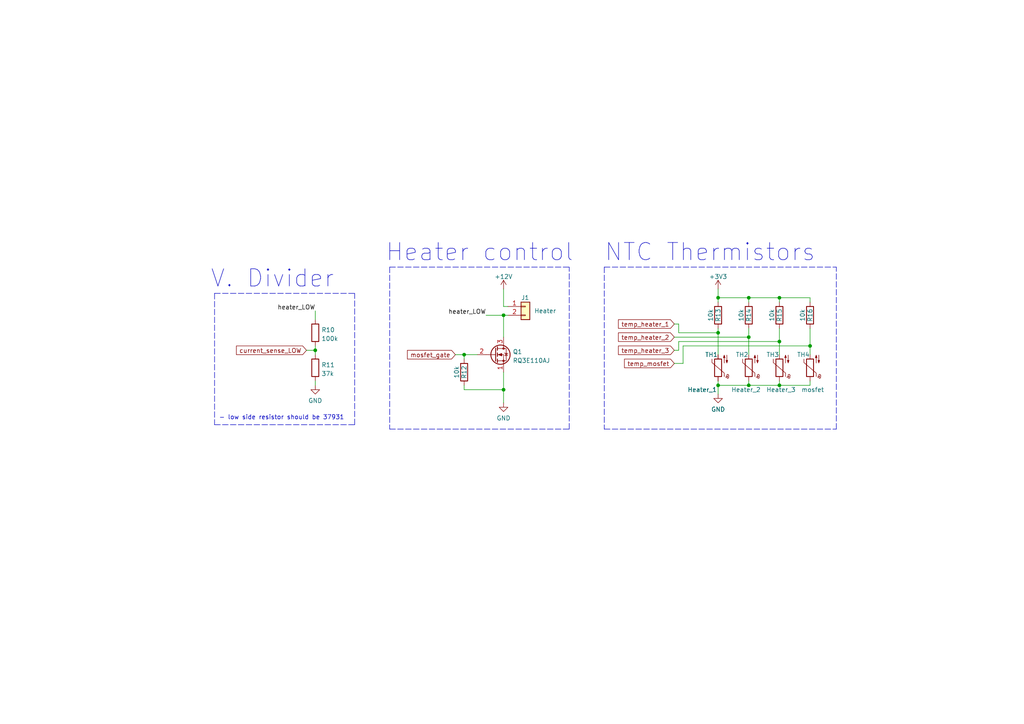
<source format=kicad_sch>
(kicad_sch (version 20211123) (generator eeschema)
  (paper "A4")
  (lib_symbols
    (symbol "Connector_Generic:Conn_01x02" (pin_names (offset 1.016) hide)
      (property "Reference" "J" (at 0 2.54 0))
      (property "Value" "Conn_01x02" (at 0 -5.08 0))
      (symbol "Conn_01x02_1_1"
        (rectangle (start -1.27 -2.413) (end 0 -2.667) (stroke (width 0.1524)))
        (rectangle (start -1.27 0.127) (end 0 -0.127) (stroke (width 0.1524)))
        (rectangle (start -1.27 1.27) (end 1.27 -3.81) (stroke (width 0.254)) (fill (type background)))
        (pin passive line (at -5.08 0 0) (length 3.81) (name "Pin_1") (number "1"))
        (pin passive line (at -5.08 -2.54 0) (length 3.81) (name "Pin_2") (number "2"))
      )
    )
    (symbol "Device:R" (pin_numbers hide) (pin_names (offset 0))
      (property "Reference" "R" (at 2.032 0 90))
      (property "Value" "R" (at 0 0 90))
      (symbol "R_0_1"
        (rectangle (start -1.016 -2.54) (end 1.016 2.54) (stroke (width 0.254)))
      )
      (symbol "R_1_1"
        (pin passive line (at 0 3.81 270) (length 1.27) (name "~") (number "1"))
        (pin passive line (at 0 -3.81 90) (length 1.27) (name "~") (number "2"))
      )
    )
    (symbol "Device:Thermistor_NTC" (pin_numbers hide) (pin_names (offset 0))
      (property "Reference" "TH" (at -4.445 0 90))
      (property "Value" "Thermistor_NTC" (at 3.175 0 90))
      (symbol "Thermistor_NTC_0_1"
        (arc (start -3.048 2.159) (mid -3.0495 2.3143) (end -3.175 2.413))
        (arc (start -3.048 2.159) (mid -2.9736 1.9794) (end -2.794 1.905))
        (arc (start -3.048 2.794) (mid -2.9736 2.6144) (end -2.794 2.54))
        (arc (start -2.794 1.905) (mid -2.6144 1.9794) (end -2.54 2.159))
        (arc (start -2.794 2.54) (mid -2.4393 2.5587) (end -2.159 2.794))
        (arc (start -2.794 3.048) (mid -2.9736 2.9736) (end -3.048 2.794))
        (arc (start -2.54 2.794) (mid -2.6144 2.9736) (end -2.794 3.048))
        (rectangle (start -1.016 2.54) (end 1.016 -2.54) (stroke (width 0.254)))
        (polyline (pts (xy -2.54 2.159) (xy -2.54 2.794)))
        (polyline (pts (xy -1.778 2.54) (xy -1.778 1.524) (xy 1.778 -1.524) (xy 1.778 -2.54)))
        (polyline (pts (xy -2.54 -3.683) (xy -2.54 -1.397) (xy -2.794 -2.159) (xy -2.286 -2.159) (xy -2.54 -1.397) (xy -2.54 -1.651)) (fill (type outline)))
        (polyline (pts (xy -1.778 -1.397) (xy -1.778 -3.683) (xy -2.032 -2.921) (xy -1.524 -2.921) (xy -1.778 -3.683) (xy -1.778 -3.429)) (fill (type outline)))
      )
      (symbol "Thermistor_NTC_1_1"
        (pin passive line (at 0 3.81 270) (length 1.27) (name "~") (number "1"))
        (pin passive line (at 0 -3.81 90) (length 1.27) (name "~") (number "2"))
      )
    )
    (symbol "RQ3E100GNTB:RQ3E110AJ" (pin_names hide)
      (property "Reference" "Q" (at 5.08 1.905 0))
      (property "Value" "RQ3E110AJ" (at 5.08 0 0))
      (symbol "RQ3E110AJ_0_1"
        (polyline (pts (xy 0.254 0) (xy -2.54 0)))
        (polyline (pts (xy 0.254 1.905) (xy 0.254 -1.905)) (stroke (width 0.254)))
        (polyline (pts (xy 0.762 -1.27) (xy 0.762 -2.286)) (stroke (width 0.254)))
        (polyline (pts (xy 0.762 0.508) (xy 0.762 -0.508)) (stroke (width 0.254)))
        (polyline (pts (xy 0.762 2.286) (xy 0.762 1.27)) (stroke (width 0.254)))
        (polyline (pts (xy 2.54 2.54) (xy 2.54 1.778)))
        (polyline (pts (xy 2.54 -2.54) (xy 2.54 0) (xy 0.762 0)))
        (polyline (pts (xy 0.762 -1.778) (xy 3.302 -1.778) (xy 3.302 1.778) (xy 0.762 1.778)))
        (polyline (pts (xy 1.016 0) (xy 2.032 0.381) (xy 2.032 -0.381) (xy 1.016 0)) (fill (type outline)))
        (polyline (pts (xy 2.794 0.508) (xy 2.921 0.381) (xy 3.683 0.381) (xy 3.81 0.254)))
        (polyline (pts (xy 3.302 0.381) (xy 2.921 -0.254) (xy 3.683 -0.254) (xy 3.302 0.381)))
        (circle (center 1.651 0) (radius 2.794) (stroke (width 0.254)))
        (circle (center 2.54 -1.778) (radius 0.254) (fill (type outline)))
        (circle (center 2.54 1.778) (radius 0.254) (fill (type outline)))
      )
      (symbol "RQ3E110AJ_1_1"
        (pin passive line (at 2.54 -5.08 90) (length 2.54) (name "S") (number "1"))
        (pin input line (at -5.08 0 0) (length 2.54) (name "G") (number "2"))
        (pin passive line (at 2.54 5.08 270) (length 2.54) (name "D") (number "3"))
      )
    )
    (symbol "power:+12V" (power) (pin_names (offset 0))
      (property "Value" "+12V" (at 0 3.556 0))
      (symbol "+12V_0_1"
        (polyline (pts (xy -0.762 1.27) (xy 0 2.54)))
        (polyline (pts (xy 0 0) (xy 0 2.54)))
        (polyline (pts (xy 0 2.54) (xy 0.762 1.27)))
      )
      (symbol "+12V_1_1"
        (pin power_in line (at 0 0 90) (length 0) hide (name "+12V") (number "1"))
      )
    )
    (symbol "power:+3.3V" (power) (pin_names (offset 0))
      (property "Value" "+3.3V" (at 0 3.556 0))
      (symbol "+3.3V_0_1"
        (polyline (pts (xy -0.762 1.27) (xy 0 2.54)))
        (polyline (pts (xy 0 0) (xy 0 2.54)))
        (polyline (pts (xy 0 2.54) (xy 0.762 1.27)))
      )
      (symbol "+3.3V_1_1"
        (pin power_in line (at 0 0 90) (length 0) hide (name "+3V3") (number "1"))
      )
    )
    (symbol "power:GND" (power) (pin_names (offset 0))
      (property "Value" "GND" (at 0 -3.81 0))
      (symbol "GND_0_1"
        (polyline (pts (xy 0 0) (xy 0 -1.27) (xy 1.27 -1.27) (xy 0 -2.54) (xy -1.27 -1.27) (xy 0 -1.27)))
      )
      (symbol "GND_1_1"
        (pin power_in line (at 0 0 270) (length 0) hide (name "GND") (number "1"))
      )
    )
  )
  (junction (at 217.17 86.36))
  (junction (at 217.17 111.76))
  (junction (at 208.28 86.36))
  (junction (at 91.44 101.6))
  (junction (at 226.06 111.76))
  (junction (at 146.05 113.03))
  (junction (at 226.06 99.06))
  (junction (at 146.05 91.44))
  (junction (at 226.06 86.36))
  (junction (at 234.95 100.33))
  (junction (at 134.62 102.87))
  (junction (at 208.28 96.52))
  (junction (at 208.28 111.76))
  (junction (at 217.17 97.79))
  (wire (pts (xy 226.06 111.76) (xy 234.95 111.76)))
  (wire (pts (xy 208.28 111.76) (xy 217.17 111.76)))
  (polyline (pts (xy 175.26 77.47) (xy 242.57 77.47)))
  (wire (pts (xy 208.28 110.49) (xy 208.28 111.76)))
  (wire (pts (xy 198.12 100.33) (xy 234.95 100.33)))
  (wire (pts (xy 226.06 99.06) (xy 226.06 102.87)))
  (polyline (pts (xy 113.03 77.47) (xy 165.1 77.47)))
  (wire (pts (xy 217.17 86.36) (xy 226.06 86.36)))
  (wire (pts (xy 88.9 101.6) (xy 91.44 101.6)))
  (wire (pts (xy 134.62 104.14) (xy 134.62 102.87)))
  (wire (pts (xy 234.95 100.33) (xy 234.95 102.87)))
  (wire (pts (xy 196.85 99.06) (xy 226.06 99.06)))
  (wire (pts (xy 146.05 113.03) (xy 146.05 116.84)))
  (wire (pts (xy 208.28 95.25) (xy 208.28 96.52)))
  (wire (pts (xy 196.85 93.98) (xy 196.85 96.52)))
  (wire (pts (xy 91.44 90.17) (xy 91.44 92.71)))
  (wire (pts (xy 91.44 101.6) (xy 91.44 102.87)))
  (wire (pts (xy 140.97 91.44) (xy 146.05 91.44)))
  (wire (pts (xy 132.08 102.87) (xy 134.62 102.87)))
  (wire (pts (xy 198.12 105.41) (xy 198.12 100.33)))
  (polyline (pts (xy 165.1 124.46) (xy 165.1 77.47)))
  (wire (pts (xy 134.62 111.76) (xy 134.62 113.03)))
  (wire (pts (xy 146.05 91.44) (xy 146.05 97.79)))
  (wire (pts (xy 195.58 97.79) (xy 217.17 97.79)))
  (wire (pts (xy 208.28 96.52) (xy 208.28 102.87)))
  (wire (pts (xy 134.62 113.03) (xy 146.05 113.03)))
  (wire (pts (xy 208.28 86.36) (xy 217.17 86.36)))
  (wire (pts (xy 226.06 110.49) (xy 226.06 111.76)))
  (wire (pts (xy 217.17 95.25) (xy 217.17 97.79)))
  (wire (pts (xy 208.28 111.76) (xy 208.28 114.3)))
  (polyline (pts (xy 242.57 124.46) (xy 242.57 77.47)))
  (wire (pts (xy 226.06 86.36) (xy 226.06 87.63)))
  (polyline (pts (xy 62.23 85.09) (xy 62.23 123.19)))
  (wire (pts (xy 195.58 93.98) (xy 196.85 93.98)))
  (wire (pts (xy 146.05 107.95) (xy 146.05 113.03)))
  (polyline (pts (xy 175.26 124.46) (xy 242.57 124.46)))
  (wire (pts (xy 234.95 86.36) (xy 234.95 87.63)))
  (wire (pts (xy 196.85 101.6) (xy 196.85 99.06)))
  (wire (pts (xy 217.17 86.36) (xy 217.17 87.63)))
  (wire (pts (xy 226.06 86.36) (xy 234.95 86.36)))
  (polyline (pts (xy 62.23 123.19) (xy 102.87 123.19)))
  (polyline (pts (xy 62.23 85.09) (xy 102.87 85.09)))
  (wire (pts (xy 147.32 91.44) (xy 146.05 91.44)))
  (polyline (pts (xy 102.87 123.19) (xy 102.87 85.09)))
  (wire (pts (xy 146.05 83.82) (xy 146.05 88.9)))
  (wire (pts (xy 217.17 111.76) (xy 226.06 111.76)))
  (wire (pts (xy 196.85 96.52) (xy 208.28 96.52)))
  (wire (pts (xy 195.58 101.6) (xy 196.85 101.6)))
  (wire (pts (xy 217.17 97.79) (xy 217.17 102.87)))
  (wire (pts (xy 91.44 110.49) (xy 91.44 111.76)))
  (wire (pts (xy 234.95 110.49) (xy 234.95 111.76)))
  (wire (pts (xy 208.28 87.63) (xy 208.28 86.36)))
  (wire (pts (xy 208.28 83.82) (xy 208.28 86.36)))
  (wire (pts (xy 234.95 95.25) (xy 234.95 100.33)))
  (wire (pts (xy 217.17 110.49) (xy 217.17 111.76)))
  (wire (pts (xy 134.62 102.87) (xy 138.43 102.87)))
  (polyline (pts (xy 113.03 124.46) (xy 165.1 124.46)))
  (wire (pts (xy 226.06 95.25) (xy 226.06 99.06)))
  (wire (pts (xy 147.32 88.9) (xy 146.05 88.9)))
  (wire (pts (xy 91.44 100.33) (xy 91.44 101.6)))
  (polyline (pts (xy 175.26 77.47) (xy 175.26 124.46)))
  (wire (pts (xy 195.58 105.41) (xy 198.12 105.41)))
  (polyline (pts (xy 113.03 77.47) (xy 113.03 124.46)))
  (text "V. Divider" (at 60.96 83.82 0) (effects (font (size 5 5)) (justify left bottom)))
  (text "NTC Thermistors" (at 175.26 76.2 0) (effects (font (size 5 5)) (justify left bottom)))
  (text "- low side resistor should be 37931" (at 63.5 121.92 0) (effects (font (size 1.27 1.27)) (justify left bottom)))
  (text "Heater control" (at 111.76 76.2 0) (effects (font (size 5 5)) (justify left bottom)))
  (label "heater_LOW" (at 140.97 91.44 180))
  (label "heater_LOW" (at 91.44 90.17 180))
  (global_label "temp_heater_3" (shape input) (at 195.58 101.6 180) (property "Intersheet References" "${INTERSHEET_REFS}" (effects hide)))
  (global_label "temp_heater_2" (shape input) (at 195.58 97.79 180) (property "Intersheet References" "${INTERSHEET_REFS}" (effects hide)))
  (global_label "temp_mosfet" (shape input) (at 195.58 105.41 180) (property "Intersheet References" "${INTERSHEET_REFS}" (effects hide)))
  (global_label "mosfet_gate" (shape input) (at 132.08 102.87 180) (property "Intersheet References" "${INTERSHEET_REFS}" (effects hide)))
  (global_label "temp_heater_1" (shape input) (at 195.58 93.98 180) (property "Intersheet References" "${INTERSHEET_REFS}" (effects hide)))
  (global_label "current_sense_LOW" (shape input) (at 88.9 101.6 180) (property "Intersheet References" "${INTERSHEET_REFS}" (effects hide)))
  (symbol (lib_id "Device:Thermistor_NTC") (at 234.95 106.68 180) (unit 1)
    (property "Reference" "TH4" (at 231.14 102.87 0) (effects (justify right)))
    (property "Value" "mosfet" (at 232.41 113.03 0) (effects (justify right)))
    (property "Footprint" "TestPoint:TestPoint_2Pads_Pitch2.54mm_Drill0.8mm" (effects hide))
  )
  (symbol (lib_id "power:GND") (at 208.28 114.3 0) (unit 1)
    (property "Reference" "#PWR0121" (effects hide))
    (property "Value" "GND" (at 208.28 118.7434 0))
  )
  (symbol (lib_id "Device:R") (at 134.62 107.95 0) (unit 1)
    (property "Reference" "R12" (at 134.62 107.95 90))
    (property "Value" "10k" (at 132.4411 107.95 90))
    (property "Footprint" "Resistor_SMD:R_0603_1608Metric" (effects hide))
  )
  (symbol (lib_id "Device:R") (at 217.17 91.44 0) (unit 1)
    (property "Reference" "R14" (at 217.17 91.44 90))
    (property "Value" "10k" (at 214.9911 91.44 90))
    (property "Footprint" "Resistor_SMD:R_0603_1608Metric" (effects hide))
  )
  (symbol (lib_id "Device:Thermistor_NTC") (at 208.28 106.68 180) (unit 1)
    (property "Reference" "TH1" (at 204.47 102.87 0) (effects (justify right)))
    (property "Value" "Heater_1" (at 199.39 113.03 0) (effects (justify right)))
    (property "Footprint" "TestPoint:TestPoint_2Pads_Pitch2.54mm_Drill0.8mm" (effects hide))
  )
  (symbol (lib_id "power:GND") (at 91.44 111.76 0) (unit 1)
    (property "Reference" "#PWR0115" (effects hide))
    (property "Value" "GND" (at 91.44 116.2034 0))
  )
  (symbol (lib_id "power:GND") (at 146.05 116.84 0) (unit 1)
    (property "Reference" "#PWR0113" (effects hide))
    (property "Value" "GND" (at 146.05 121.2834 0))
  )
  (symbol (lib_id "Device:R") (at 226.06 91.44 0) (unit 1)
    (property "Reference" "R15" (at 226.06 91.44 90))
    (property "Value" "10k" (at 223.8811 91.44 90))
    (property "Footprint" "Resistor_SMD:R_0603_1608Metric" (effects hide))
  )
  (symbol (lib_id "Device:Thermistor_NTC") (at 217.17 106.68 180) (unit 1)
    (property "Reference" "TH2" (at 213.36 102.87 0) (effects (justify right)))
    (property "Value" "Heater_2" (at 212.09 113.03 0) (effects (justify right)))
    (property "Footprint" "TestPoint:TestPoint_2Pads_Pitch2.54mm_Drill0.8mm" (effects hide))
  )
  (symbol (lib_id "Device:R") (at 208.28 91.44 0) (unit 1)
    (property "Reference" "R13" (at 208.28 91.44 90))
    (property "Value" "10k" (at 206.1011 91.44 90))
    (property "Footprint" "Resistor_SMD:R_0603_1608Metric" (effects hide))
  )
  (symbol (lib_id "Device:Thermistor_NTC") (at 226.06 106.68 180) (unit 1)
    (property "Reference" "TH3" (at 222.25 102.87 0) (effects (justify right)))
    (property "Value" "Heater_3" (at 222.25 113.03 0) (effects (justify right)))
    (property "Footprint" "TestPoint:TestPoint_2Pads_Pitch2.54mm_Drill0.8mm" (effects hide))
  )
  (symbol (lib_id "Connector_Generic:Conn_01x02") (at 152.4 88.9 0) (unit 1)
    (property "Reference" "J1" (at 151.13 86.36 0) (effects (justify left)))
    (property "Value" "Heater" (at 154.94 90.17 0) (effects (justify left)))
    (property "Footprint" "WR_TBL_Series_101:WR_TBL_Series_101" (effects hide))
  )
  (symbol (lib_id "power:+3.3V") (at 208.28 83.82 0) (unit 1)
    (property "Reference" "#PWR0120" (effects hide))
    (property "Value" "+3.3V" (at 208.28 80.2442 0))
  )
  (symbol (lib_id "Device:R") (at 91.44 106.68 0) (unit 1)
    (property "Reference" "R11" (at 93.218 105.8453 0) (effects (justify left)))
    (property "Value" "37k" (at 93.218 108.3822 0) (effects (justify left)))
    (property "Footprint" "Resistor_SMD:R_0603_1608Metric" (effects hide))
  )
  (symbol (lib_id "Device:R") (at 91.44 96.52 0) (unit 1)
    (property "Reference" "R10" (at 93.218 95.6853 0) (effects (justify left)))
    (property "Value" "100k" (at 93.218 98.2222 0) (effects (justify left)))
    (property "Footprint" "Resistor_SMD:R_0603_1608Metric" (effects hide))
  )
  (symbol (lib_id "Device:R") (at 234.95 91.44 0) (unit 1)
    (property "Reference" "R16" (at 234.95 91.44 90))
    (property "Value" "10k" (at 232.7711 91.44 90))
    (property "Footprint" "Resistor_SMD:R_0603_1608Metric" (effects hide))
  )
  (symbol (lib_id "power:+12V") (at 146.05 83.82 0) (unit 1)
    (property "Reference" "#PWR0114" (effects hide))
    (property "Value" "+12V" (at 146.05 80.2442 0))
  )
  (symbol (lib_id "RQ3E100GNTB:RQ3E110AJ") (at 143.51 102.87 0) (unit 1)
    (property "Reference" "Q1" (at 148.717 102.0353 0) (effects (justify left)))
    (property "Value" "RQ3E110AJ" (at 148.717 104.5722 0) (effects (justify left)))
    (property "Footprint" "SOTFL65P330X80-8N:SOTFL65P330X80-8N" (effects hide))
    (property "Datasheet" "https://www.infineon.com/dgdl/Infineon-BSB008NE2LX-DS-v02_00-EN.pdf?fileId=db3a30432e564707012e5745ca7d000e" (effects hide))
  )
)
</source>
